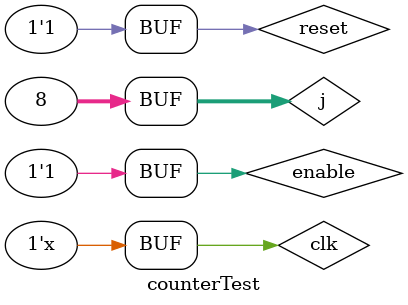
<source format=v>
`timescale 1ns / 1ps


module counterTest();

   reg clk;
   reg reset;
   reg enable;
   wire [2:0] out;
   integer j; 
   
   counter1 DUT(.clk(clk), .reset(reset), .enable(enable), .out(out));
   
   always #2 clk = !clk;
   
   initial
        begin
        clk = 0; reset = 0; enable = 0;
        for(j=0; j<8; j=j+1)
        begin
            #4 enable = j;
        end
        clk = 0; reset = 0; enable = 1;
        for(j=0; j<8; j=j+1)
        begin 
            #4 enable = j;
        end
        clk = 0; reset = 1; enable = 0;
        for(j=0; j<8; j=j+1)
        begin
            #4 enable = j;
        end
        clk = 0; reset = 1; enable = 1;
        for(j=0; j<8; j=j+1)
        begin
            #4 enable = j;
        end
     end
endmodule

</source>
